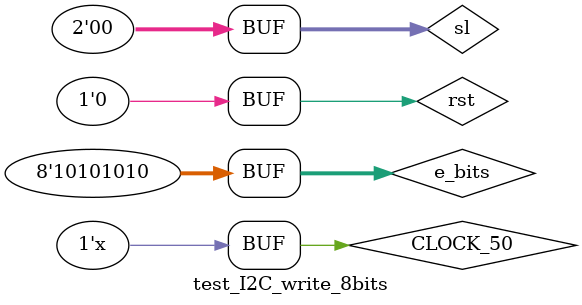
<source format=v>
module test_I2C_write_8bits();
  reg [7:0]e_bits;
  wire SDA;
  wire SCL;
  wire clk;
  wire [7:0]data_wr;
  wire [7:0]data_rd;
  reg rst;
  reg CLOCK_50;
  reg [1:0]sl;
  initial begin
    e_bits = 8'b10101010;
    rst = 1;
    sl = 2'b00;
    CLOCK_50 = 1;
    #100 rst = 0;
  end
  always begin
    #50 CLOCK_50 = ~CLOCK_50;
  end
  xung x1(.CLOCK_50(CLOCK_50), .clk(clk), .rst(rst), .sl(sl));
  I2C_master m1(.clk(clk), .rst(rst), .e_bits(e_bits), .data_rd(data_rd), .SCL(SCL), .SDA(SDA));
  I2C_slave s1(.SDA(SDA), .SCL(SCL), .data_wr(data_wr));
endmodule
  
</source>
